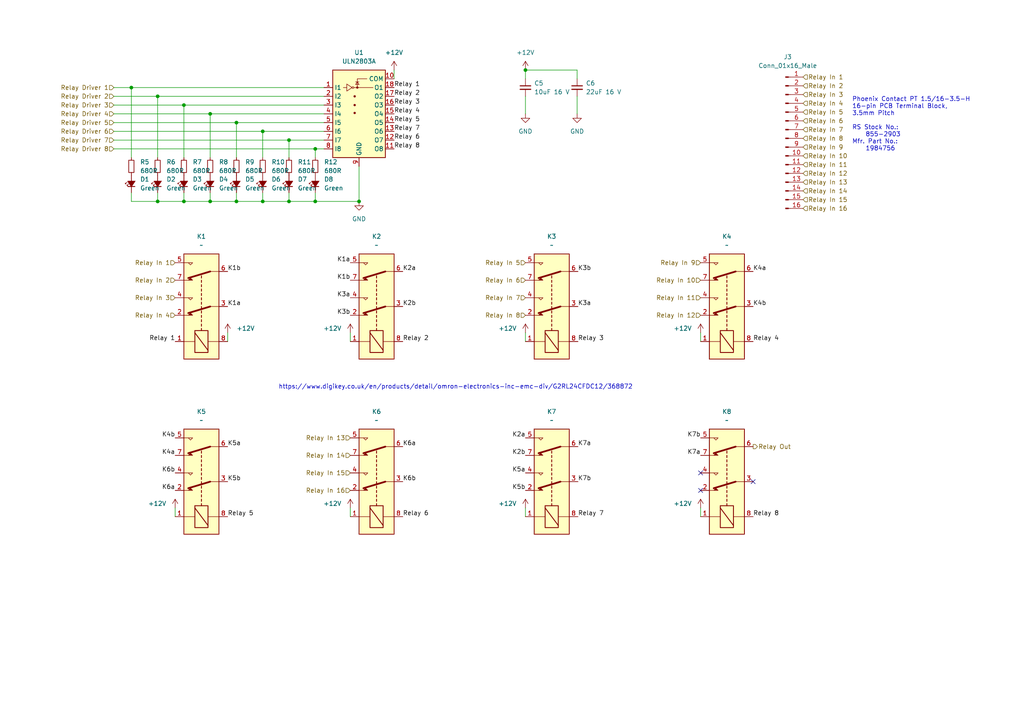
<source format=kicad_sch>
(kicad_sch (version 20211123) (generator eeschema)
  (paper "A4")
  (title_block (title "CIB PCB") (date "2022-05-27") (company "ChargePoint, Inc"))
  (lib_symbols
    (symbol "Connector:Conn_01x16_Male" (pin_names (offset 1.016) hide)
      (property "Reference" "J" (at 0 20.32 0))
      (property "Value" "Conn_01x16_Male" (at 0 -22.86 0))
      (symbol "Conn_01x16_Male_1_1"
        (polyline (pts (xy 1.27 -20.32) (xy 0.8636 -20.32)) (stroke (width 0.1524)))
        (polyline (pts (xy 1.27 -17.78) (xy 0.8636 -17.78)) (stroke (width 0.1524)))
        (polyline (pts (xy 1.27 -15.24) (xy 0.8636 -15.24)) (stroke (width 0.1524)))
        (polyline (pts (xy 1.27 -12.7) (xy 0.8636 -12.7)) (stroke (width 0.1524)))
        (polyline (pts (xy 1.27 -10.16) (xy 0.8636 -10.16)) (stroke (width 0.1524)))
        (polyline (pts (xy 1.27 -7.62) (xy 0.8636 -7.62)) (stroke (width 0.1524)))
        (polyline (pts (xy 1.27 -5.08) (xy 0.8636 -5.08)) (stroke (width 0.1524)))
        (polyline (pts (xy 1.27 -2.54) (xy 0.8636 -2.54)) (stroke (width 0.1524)))
        (polyline (pts (xy 1.27 0) (xy 0.8636 0)) (stroke (width 0.1524)))
        (polyline (pts (xy 1.27 2.54) (xy 0.8636 2.54)) (stroke (width 0.1524)))
        (polyline (pts (xy 1.27 5.08) (xy 0.8636 5.08)) (stroke (width 0.1524)))
        (polyline (pts (xy 1.27 7.62) (xy 0.8636 7.62)) (stroke (width 0.1524)))
        (polyline (pts (xy 1.27 10.16) (xy 0.8636 10.16)) (stroke (width 0.1524)))
        (polyline (pts (xy 1.27 12.7) (xy 0.8636 12.7)) (stroke (width 0.1524)))
        (polyline (pts (xy 1.27 15.24) (xy 0.8636 15.24)) (stroke (width 0.1524)))
        (polyline (pts (xy 1.27 17.78) (xy 0.8636 17.78)) (stroke (width 0.1524)))
        (rectangle (start 0.8636 -20.193) (end 0 -20.447) (stroke (width 0.1524)) (fill (type outline)))
        (rectangle (start 0.8636 -17.653) (end 0 -17.907) (stroke (width 0.1524)) (fill (type outline)))
        (rectangle (start 0.8636 -15.113) (end 0 -15.367) (stroke (width 0.1524)) (fill (type outline)))
        (rectangle (start 0.8636 -12.573) (end 0 -12.827) (stroke (width 0.1524)) (fill (type outline)))
        (rectangle (start 0.8636 -10.033) (end 0 -10.287) (stroke (width 0.1524)) (fill (type outline)))
        (rectangle (start 0.8636 -7.493) (end 0 -7.747) (stroke (width 0.1524)) (fill (type outline)))
        (rectangle (start 0.8636 -4.953) (end 0 -5.207) (stroke (width 0.1524)) (fill (type outline)))
        (rectangle (start 0.8636 -2.413) (end 0 -2.667) (stroke (width 0.1524)) (fill (type outline)))
        (rectangle (start 0.8636 0.127) (end 0 -0.127) (stroke (width 0.1524)) (fill (type outline)))
        (rectangle (start 0.8636 2.667) (end 0 2.413) (stroke (width 0.1524)) (fill (type outline)))
        (rectangle (start 0.8636 5.207) (end 0 4.953) (stroke (width 0.1524)) (fill (type outline)))
        (rectangle (start 0.8636 7.747) (end 0 7.493) (stroke (width 0.1524)) (fill (type outline)))
        (rectangle (start 0.8636 10.287) (end 0 10.033) (stroke (width 0.1524)) (fill (type outline)))
        (rectangle (start 0.8636 12.827) (end 0 12.573) (stroke (width 0.1524)) (fill (type outline)))
        (rectangle (start 0.8636 15.367) (end 0 15.113) (stroke (width 0.1524)) (fill (type outline)))
        (rectangle (start 0.8636 17.907) (end 0 17.653) (stroke (width 0.1524)) (fill (type outline)))
        (pin passive line (at 5.08 17.78 180) (length 3.81) (name "Pin_1") (number "1"))
        (pin passive line (at 5.08 -5.08 180) (length 3.81) (name "Pin_10") (number "10"))
        (pin passive line (at 5.08 -7.62 180) (length 3.81) (name "Pin_11") (number "11"))
        (pin passive line (at 5.08 -10.16 180) (length 3.81) (name "Pin_12") (number "12"))
        (pin passive line (at 5.08 -12.7 180) (length 3.81) (name "Pin_13") (number "13"))
        (pin passive line (at 5.08 -15.24 180) (length 3.81) (name "Pin_14") (number "14"))
        (pin passive line (at 5.08 -17.78 180) (length 3.81) (name "Pin_15") (number "15"))
        (pin passive line (at 5.08 -20.32 180) (length 3.81) (name "Pin_16") (number "16"))
        (pin passive line (at 5.08 15.24 180) (length 3.81) (name "Pin_2") (number "2"))
        (pin passive line (at 5.08 12.7 180) (length 3.81) (name "Pin_3") (number "3"))
        (pin passive line (at 5.08 10.16 180) (length 3.81) (name "Pin_4") (number "4"))
        (pin passive line (at 5.08 7.62 180) (length 3.81) (name "Pin_5") (number "5"))
        (pin passive line (at 5.08 5.08 180) (length 3.81) (name "Pin_6") (number "6"))
        (pin passive line (at 5.08 2.54 180) (length 3.81) (name "Pin_7") (number "7"))
        (pin passive line (at 5.08 0 180) (length 3.81) (name "Pin_8") (number "8"))
        (pin passive line (at 5.08 -2.54 180) (length 3.81) (name "Pin_9") (number "9"))
      )
    )
    (symbol "Device:C_Small" (pin_numbers hide) (pin_names (offset 0.254) hide)
      (property "Reference" "C" (at 0.254 1.778 0))
      (property "Value" "C_Small" (at 0.254 -2.032 0))
      (symbol "C_Small_0_1"
        (polyline (pts (xy -1.524 -0.508) (xy 1.524 -0.508)) (stroke (width 0.3302)))
        (polyline (pts (xy -1.524 0.508) (xy 1.524 0.508)) (stroke (width 0.3048)))
      )
      (symbol "C_Small_1_1"
        (pin passive line (at 0 2.54 270) (length 2.032) (name "~") (number "1"))
        (pin passive line (at 0 -2.54 90) (length 2.032) (name "~") (number "2"))
      )
    )
    (symbol "Device:LED_Small_Filled" (pin_numbers hide) (pin_names (offset 0.254) hide)
      (property "Reference" "D" (at -1.27 3.175 0))
      (property "Value" "LED_Small_Filled" (at -4.445 -2.54 0))
      (symbol "LED_Small_Filled_0_1"
        (polyline (pts (xy -0.762 -1.016) (xy -0.762 1.016)) (stroke (width 0.254)))
        (polyline (pts (xy 1.016 0) (xy -0.762 0)))
        (polyline (pts (xy 0.762 -1.016) (xy -0.762 0) (xy 0.762 1.016) (xy 0.762 -1.016)) (stroke (width 0.254)) (fill (type outline)))
        (polyline (pts (xy 0 0.762) (xy -0.508 1.27) (xy -0.254 1.27) (xy -0.508 1.27) (xy -0.508 1.016)))
        (polyline (pts (xy 0.508 1.27) (xy 0 1.778) (xy 0.254 1.778) (xy 0 1.778) (xy 0 1.524)))
      )
      (symbol "LED_Small_Filled_1_1"
        (pin passive line (at -2.54 0 0) (length 1.778) (name "K") (number "1"))
        (pin passive line (at 2.54 0 180) (length 1.778) (name "A") (number "2"))
      )
    )
    (symbol "Device:R_Small" (pin_numbers hide) (pin_names (offset 0.254) hide)
      (property "Reference" "R" (at 0.762 0.508 0))
      (property "Value" "R_Small" (at 0.762 -1.016 0))
      (symbol "R_Small_0_1"
        (rectangle (start -0.762 1.778) (end 0.762 -1.778) (stroke (width 0.2032)))
      )
      (symbol "R_Small_1_1"
        (pin passive line (at 0 2.54 270) (length 0.762) (name "~") (number "1"))
        (pin passive line (at 0 -2.54 90) (length 0.762) (name "~") (number "2"))
      )
    )
    (symbol "Relay:G2RL-2-DC24"
      (property "Reference" "RL" (at 16.51 3.81 0))
      (property "Value" "G2RL-2-DC24" (at 16.51 1.27 0))
      (symbol "G2RL-2-DC24_0_1"
        (rectangle (start -15.24 5.08) (end 15.24 -5.08) (stroke (width 0.254)) (fill (type background)))
        (rectangle (start -13.335 1.905) (end -6.985 -1.905) (stroke (width 0.254)))
        (polyline (pts (xy -12.7 -1.905) (xy -7.62 1.905)) (stroke (width 0.254)))
        (polyline (pts (xy -10.16 -5.08) (xy -10.16 -1.905)))
        (polyline (pts (xy -10.16 5.08) (xy -10.16 1.905)))
        (polyline (pts (xy -6.985 0) (xy -6.35 0)) (stroke (width 0.254)))
        (polyline (pts (xy -5.715 0) (xy -5.08 0)) (stroke (width 0.254)))
        (polyline (pts (xy -4.445 0) (xy -3.81 0)) (stroke (width 0.254)))
        (polyline (pts (xy -3.175 0) (xy -2.54 0)) (stroke (width 0.254)))
        (polyline (pts (xy -1.905 0) (xy -1.27 0)) (stroke (width 0.254)))
        (polyline (pts (xy -0.635 0) (xy 0 0)) (stroke (width 0.254)))
        (polyline (pts (xy 0 -2.54) (xy -1.905 3.81)) (stroke (width 0.508)))
        (polyline (pts (xy 0 -2.54) (xy 0 -5.08)))
        (polyline (pts (xy 0.635 0) (xy 1.27 0)) (stroke (width 0.254)))
        (polyline (pts (xy 1.905 0) (xy 2.54 0)) (stroke (width 0.254)))
        (polyline (pts (xy 3.175 0) (xy 3.81 0)) (stroke (width 0.254)))
        (polyline (pts (xy 4.445 0) (xy 5.08 0)) (stroke (width 0.254)))
        (polyline (pts (xy 5.715 0) (xy 6.35 0)) (stroke (width 0.254)))
        (polyline (pts (xy 6.985 0) (xy 7.62 0)) (stroke (width 0.254)))
        (polyline (pts (xy 8.255 0) (xy 8.89 0)) (stroke (width 0.254)))
        (polyline (pts (xy 10.16 -2.54) (xy 8.255 3.81)) (stroke (width 0.508)))
        (polyline (pts (xy 10.16 -2.54) (xy 10.16 -5.08)))
        (polyline (pts (xy -2.54 5.08) (xy -2.54 2.54) (xy -1.905 3.175) (xy -2.54 3.81)) (fill (type outline)))
        (polyline (pts (xy 2.54 5.08) (xy 2.54 2.54) (xy 1.905 3.175) (xy 2.54 3.81)))
        (polyline (pts (xy 7.62 5.08) (xy 7.62 2.54) (xy 8.255 3.175) (xy 7.62 3.81)) (fill (type outline)))
        (polyline (pts (xy 12.7 5.08) (xy 12.7 2.54) (xy 12.065 3.175) (xy 12.7 3.81)))
      )
      (symbol "G2RL-2-DC24_1_1"
        (pin passive line (at -10.16 7.62 270) (length 2.54) (name "~") (number "1"))
        (pin passive line (at -2.54 7.62 270) (length 2.54) (name "~") (number "2"))
        (pin passive line (at 0 -7.62 90) (length 2.54) (name "~") (number "3"))
        (pin passive line (at 2.54 7.62 270) (length 2.54) (name "~") (number "4"))
        (pin passive line (at 12.7 7.62 270) (length 2.54) (name "~") (number "5"))
        (pin passive line (at 10.16 -7.62 90) (length 2.54) (name "~") (number "6"))
        (pin passive line (at 7.62 7.62 270) (length 2.54) (name "~") (number "7"))
        (pin passive line (at -10.16 -7.62 90) (length 2.54) (name "~") (number "8"))
      )
    )
    (symbol "Transistor_Array:ULN2803A"
      (property "Reference" "U" (at 0 13.335 0))
      (property "Value" "ULN2803A" (at 0 11.43 0))
      (symbol "ULN2803A_0_1"
        (rectangle (start -7.62 -15.24) (end 7.62 10.16) (stroke (width 0.254)) (fill (type background)))
        (circle (center -1.778 5.08) (radius 0.254))
        (circle (center -1.27 -2.286) (radius 0.254) (fill (type outline)))
        (circle (center -1.27 0) (radius 0.254) (fill (type outline)))
        (circle (center -1.27 2.54) (radius 0.254) (fill (type outline)))
        (circle (center -0.508 5.08) (radius 0.254) (fill (type outline)))
        (polyline (pts (xy -4.572 5.08) (xy -3.556 5.08)))
        (polyline (pts (xy -1.524 5.08) (xy 4.064 5.08)))
        (polyline (pts (xy 0 6.731) (xy -1.016 6.731)))
        (polyline (pts (xy -0.508 5.08) (xy -0.508 7.62) (xy 2.286 7.62)))
        (polyline (pts (xy -3.556 6.096) (xy -3.556 4.064) (xy -2.032 5.08) (xy -3.556 6.096)))
        (polyline (pts (xy 0 5.969) (xy -1.016 5.969) (xy -0.508 6.731) (xy 0 5.969)))
      )
      (symbol "ULN2803A_1_1"
        (pin input line (at -10.16 5.08 0) (length 2.54) (name "I1") (number "1"))
        (pin passive line (at 10.16 7.62 180) (length 2.54) (name "COM") (number "10"))
        (pin open_collector line (at 10.16 -12.7 180) (length 2.54) (name "O8") (number "11"))
        (pin open_collector line (at 10.16 -10.16 180) (length 2.54) (name "O7") (number "12"))
        (pin open_collector line (at 10.16 -7.62 180) (length 2.54) (name "O6") (number "13"))
        (pin open_collector line (at 10.16 -5.08 180) (length 2.54) (name "O5") (number "14"))
        (pin open_collector line (at 10.16 -2.54 180) (length 2.54) (name "O4") (number "15"))
        (pin open_collector line (at 10.16 0 180) (length 2.54) (name "O3") (number "16"))
        (pin open_collector line (at 10.16 2.54 180) (length 2.54) (name "O2") (number "17"))
        (pin open_collector line (at 10.16 5.08 180) (length 2.54) (name "O1") (number "18"))
        (pin input line (at -10.16 2.54 0) (length 2.54) (name "I2") (number "2"))
        (pin input line (at -10.16 0 0) (length 2.54) (name "I3") (number "3"))
        (pin input line (at -10.16 -2.54 0) (length 2.54) (name "I4") (number "4"))
        (pin input line (at -10.16 -5.08 0) (length 2.54) (name "I5") (number "5"))
        (pin input line (at -10.16 -7.62 0) (length 2.54) (name "I6") (number "6"))
        (pin input line (at -10.16 -10.16 0) (length 2.54) (name "I7") (number "7"))
        (pin input line (at -10.16 -12.7 0) (length 2.54) (name "I8") (number "8"))
        (pin power_in line (at 0 -17.78 90) (length 2.54) (name "GND") (number "9"))
      )
    )
    (symbol "power:+12V" (power) (pin_names (offset 0))
      (property "Value" "+12V" (at 0 3.556 0))
      (symbol "+12V_0_1"
        (polyline (pts (xy -0.762 1.27) (xy 0 2.54)))
        (polyline (pts (xy 0 0) (xy 0 2.54)))
        (polyline (pts (xy 0 2.54) (xy 0.762 1.27)))
      )
      (symbol "+12V_1_1"
        (pin power_in line (at 0 0 90) (length 0) hide (name "+12V") (number "1"))
      )
    )
    (symbol "power:GND" (power) (pin_names (offset 0))
      (property "Value" "GND" (at 0 -3.81 0))
      (symbol "GND_0_1"
        (polyline (pts (xy 0 0) (xy 0 -1.27) (xy 1.27 -1.27) (xy 0 -2.54) (xy -1.27 -1.27) (xy 0 -1.27)))
      )
      (symbol "GND_1_1"
        (pin power_in line (at 0 0 270) (length 0) hide (name "GND") (number "1"))
      )
    )
  )
  (junction (at 68.58 58.42))
  (junction (at 76.2 58.42))
  (junction (at 91.44 43.18))
  (junction (at 38.1 25.4))
  (junction (at 152.4 20.32))
  (junction (at 60.96 58.42))
  (junction (at 83.82 40.64))
  (junction (at 45.72 58.42))
  (junction (at 83.82 58.42))
  (junction (at 53.34 58.42))
  (junction (at 60.96 33.02))
  (junction (at 104.14 58.42))
  (junction (at 91.44 58.42))
  (junction (at 53.34 30.48))
  (junction (at 68.58 35.56))
  (junction (at 45.72 27.94))
  (junction (at 76.2 38.1))
  (no_connect (at 218.44 139.7))
  (no_connect (at 203.2 137.16))
  (no_connect (at 203.2 142.24))
  (wire (pts (xy 91.44 43.18) (xy 93.98 43.18)))
  (wire (pts (xy 152.4 20.32) (xy 167.386 20.32)))
  (wire (pts (xy 152.4 147.32) (xy 152.4 149.86)))
  (wire (pts (xy 167.386 27.94) (xy 167.386 33.02)))
  (wire (pts (xy 83.82 40.64) (xy 83.82 45.72)))
  (wire (pts (xy 152.4 22.86) (xy 152.4 20.32)))
  (wire (pts (xy 76.2 38.1) (xy 76.2 45.72)))
  (wire (pts (xy 203.2 96.52) (xy 203.2 99.06)))
  (wire (pts (xy 60.96 33.02) (xy 93.98 33.02)))
  (wire (pts (xy 53.34 58.42) (xy 60.96 58.42)))
  (wire (pts (xy 83.82 55.88) (xy 83.82 58.42)))
  (wire (pts (xy 167.386 22.86) (xy 167.386 20.32)))
  (wire (pts (xy 114.3 20.32) (xy 114.3 22.86)))
  (wire (pts (xy 101.6 96.52) (xy 101.6 99.06)))
  (wire (pts (xy 83.82 40.64) (xy 93.98 40.64)))
  (wire (pts (xy 33.02 30.48) (xy 53.34 30.48)))
  (wire (pts (xy 60.96 33.02) (xy 60.96 45.72)))
  (wire (pts (xy 152.4 96.52) (xy 152.4 99.06)))
  (wire (pts (xy 38.1 45.72) (xy 38.1 25.4)))
  (wire (pts (xy 45.72 55.88) (xy 45.72 58.42)))
  (wire (pts (xy 91.44 43.18) (xy 91.44 45.72)))
  (wire (pts (xy 45.72 27.94) (xy 45.72 45.72)))
  (wire (pts (xy 68.58 55.88) (xy 68.58 58.42)))
  (wire (pts (xy 33.02 38.1) (xy 76.2 38.1)))
  (wire (pts (xy 33.02 40.64) (xy 83.82 40.64)))
  (wire (pts (xy 83.82 58.42) (xy 91.44 58.42)))
  (wire (pts (xy 91.44 55.88) (xy 91.44 58.42)))
  (wire (pts (xy 76.2 38.1) (xy 93.98 38.1)))
  (wire (pts (xy 53.34 30.48) (xy 93.98 30.48)))
  (wire (pts (xy 38.1 58.42) (xy 45.72 58.42)))
  (wire (pts (xy 66.04 96.52) (xy 66.04 99.06)))
  (wire (pts (xy 60.96 55.88) (xy 60.96 58.42)))
  (wire (pts (xy 76.2 58.42) (xy 83.82 58.42)))
  (wire (pts (xy 152.4 27.94) (xy 152.4 33.02)))
  (wire (pts (xy 203.2 147.32) (xy 203.2 149.86)))
  (wire (pts (xy 60.96 58.42) (xy 68.58 58.42)))
  (wire (pts (xy 91.44 58.42) (xy 104.14 58.42)))
  (wire (pts (xy 68.58 35.56) (xy 93.98 35.56)))
  (wire (pts (xy 33.02 25.4) (xy 38.1 25.4)))
  (wire (pts (xy 33.02 27.94) (xy 45.72 27.94)))
  (wire (pts (xy 104.14 48.26) (xy 104.14 58.42)))
  (wire (pts (xy 38.1 25.4) (xy 93.98 25.4)))
  (wire (pts (xy 68.58 35.56) (xy 68.58 45.72)))
  (wire (pts (xy 68.58 58.42) (xy 76.2 58.42)))
  (wire (pts (xy 33.02 35.56) (xy 68.58 35.56)))
  (wire (pts (xy 76.2 55.88) (xy 76.2 58.42)))
  (wire (pts (xy 33.02 43.18) (xy 91.44 43.18)))
  (wire (pts (xy 33.02 33.02) (xy 60.96 33.02)))
  (wire (pts (xy 53.34 30.48) (xy 53.34 45.72)))
  (wire (pts (xy 50.8 147.32) (xy 50.8 149.86)))
  (wire (pts (xy 38.1 55.88) (xy 38.1 58.42)))
  (wire (pts (xy 45.72 27.94) (xy 93.98 27.94)))
  (wire (pts (xy 101.6 147.32) (xy 101.6 149.86)))
  (wire (pts (xy 45.72 58.42) (xy 53.34 58.42)))
  (wire (pts (xy 53.34 55.88) (xy 53.34 58.42)))
  (text "Phoenix Contact PT 1.5/16-3.5-H\n16-pin PCB Terminal Block, \n3.5mm Pitch\n\nRS Stock No.:\n    855-2903\nMfr. Part No.:\n    1984756" (at 247.142 43.942 0) (effects (font (size 1.27 1.27)) (justify left bottom)))
  (text "https://www.digikey.co.uk/en/products/detail/omron-electronics-inc-emc-div/G2RL24CFDC12/368872" (at 80.772 113.03 0) (effects (font (size 1.27 1.27)) (justify left bottom)))
  (label "K2b" (at 152.4 132.08 180))
  (label "K3a" (at 167.64 88.9 0))
  (label "Relay 4" (at 114.3 33.02 0))
  (label "Relay 8" (at 114.3 43.18 0))
  (label "K7a" (at 167.64 129.54 0))
  (label "Relay 1" (at 50.8 99.06 180))
  (label "Relay 5" (at 66.04 149.86 0))
  (label "K2a" (at 152.4 127 180))
  (label "Relay 2" (at 116.84 99.06 0))
  (label "K4b" (at 50.8 127 180))
  (label "K1b" (at 66.04 78.74 0))
  (label "K4a" (at 218.44 78.74 0))
  (label "K5a" (at 152.4 137.16 180))
  (label "K5b" (at 152.4 142.24 180))
  (label "Relay 5" (at 114.3 35.56 0))
  (label "Relay 1" (at 114.3 25.4 0))
  (label "Relay 3" (at 167.64 99.06 0))
  (label "Relay 4" (at 218.44 99.06 0))
  (label "K3a" (at 101.6 86.36 180))
  (label "Relay 3" (at 114.3 30.48 0))
  (label "K5b" (at 66.04 139.7 0))
  (label "K2a" (at 116.84 78.74 0))
  (label "K6a" (at 116.84 129.54 0))
  (label "K3b" (at 101.6 91.44 180))
  (label "K5a" (at 66.04 129.54 0))
  (label "K6b" (at 50.8 137.16 180))
  (label "K2b" (at 116.84 88.9 0))
  (label "K1a" (at 101.6 76.2 180))
  (label "K7b" (at 167.64 139.7 0))
  (label "Relay 7" (at 167.64 149.86 0))
  (label "K4b" (at 218.44 88.9 0))
  (label "Relay 6" (at 116.84 149.86 0))
  (label "K4a" (at 50.8 132.08 180))
  (label "K6b" (at 116.84 139.7 0))
  (label "K3b" (at 167.64 78.74 0))
  (label "K1a" (at 66.04 88.9 0))
  (label "Relay 7" (at 114.3 38.1 0))
  (label "K1b" (at 101.6 81.28 180))
  (label "Relay 6" (at 114.3 40.64 0))
  (label "K6a" (at 50.8 142.24 180))
  (label "K7a" (at 203.2 132.08 180))
  (label "Relay 2" (at 114.3 27.94 0))
  (label "Relay 8" (at 218.44 149.86 0))
  (label "K7b" (at 203.2 127 180))
  (hierarchical_label "Relay Driver 6" (shape input) (at 33.02 38.1 180))
  (hierarchical_label "Relay In 11" (shape input) (at 203.2 86.36 180))
  (hierarchical_label "Relay In 16" (shape input) (at 101.6 142.24 180))
  (hierarchical_label "Relay Driver 8" (shape input) (at 33.02 43.18 180))
  (hierarchical_label "Relay In 2" (shape input) (at 50.8 81.28 180))
  (hierarchical_label "Relay In 13" (shape input) (at 232.918 52.832 0))
  (hierarchical_label "Relay In 9" (shape input) (at 203.2 76.2 180))
  (hierarchical_label "Relay In 4" (shape input) (at 232.918 29.972 0))
  (hierarchical_label "Relay In 4" (shape input) (at 50.8 91.44 180))
  (hierarchical_label "Relay In 6" (shape input) (at 232.918 35.052 0))
  (hierarchical_label "Relay In 14" (shape input) (at 232.918 55.372 0))
  (hierarchical_label "Relay In 1" (shape input) (at 232.918 22.352 0))
  (hierarchical_label "Relay In 1" (shape input) (at 50.8 76.2 180))
  (hierarchical_label "Relay Driver 4" (shape input) (at 33.02 33.02 180))
  (hierarchical_label "Relay In 5" (shape input) (at 232.918 32.512 0))
  (hierarchical_label "Relay In 16" (shape input) (at 232.918 60.452 0))
  (hierarchical_label "Relay In 7" (shape input) (at 152.4 86.36 180))
  (hierarchical_label "Relay Out" (shape output) (at 218.44 129.54 0))
  (hierarchical_label "Relay Driver 2" (shape input) (at 33.02 27.94 180))
  (hierarchical_label "Relay In 3" (shape input) (at 232.918 27.432 0))
  (hierarchical_label "Relay In 10" (shape input) (at 203.2 81.28 180))
  (hierarchical_label "Relay In 8" (shape input) (at 232.918 40.132 0))
  (hierarchical_label "Relay In 8" (shape input) (at 152.4 91.44 180))
  (hierarchical_label "Relay In 7" (shape input) (at 232.918 37.592 0))
  (hierarchical_label "Relay In 15" (shape input) (at 232.918 57.912 0))
  (hierarchical_label "Relay In 9" (shape input) (at 232.918 42.672 0))
  (hierarchical_label "Relay In 3" (shape input) (at 50.8 86.36 180))
  (hierarchical_label "Relay In 14" (shape input) (at 101.6 132.08 180))
  (hierarchical_label "Relay In 15" (shape input) (at 101.6 137.16 180))
  (hierarchical_label "Relay Driver 7" (shape input) (at 33.02 40.64 180))
  (hierarchical_label "Relay In 11" (shape input) (at 232.918 47.752 0))
  (hierarchical_label "Relay In 10" (shape input) (at 232.918 45.212 0))
  (hierarchical_label "Relay In 12" (shape input) (at 232.918 50.292 0))
  (hierarchical_label "Relay Driver 5" (shape input) (at 33.02 35.56 180))
  (hierarchical_label "Relay In 5" (shape input) (at 152.4 76.2 180))
  (hierarchical_label "Relay Driver 1" (shape input) (at 33.02 25.4 180))
  (hierarchical_label "Relay In 2" (shape input) (at 232.918 24.892 0))
  (hierarchical_label "Relay Driver 3" (shape input) (at 33.02 30.48 180))
  (hierarchical_label "Relay In 13" (shape input) (at 101.6 127 180))
  (hierarchical_label "Relay In 6" (shape input) (at 152.4 81.28 180))
  (hierarchical_label "Relay In 12" (shape input) (at 203.2 91.44 180))
  (symbol (lib_id "Device:LED_Small_Filled") (at 45.72 53.34 90) (unit 1)
    (property "Reference" "D2" (at 48.26 52.0064 90) (effects (justify right)))
    (property "Value" "Green" (at 48.26 54.5464 90) (effects (justify right)))
    (property "Footprint" "Diode_SMD:D_1206_3216Metric_Pad1.42x1.75mm_HandSolder" (effects hide))
    (property "Datasheet" "https://www.we-online.com/katalog/datasheet/150080VS75000.pdf" (effects hide))
    (property "DigiKey #" "732-4986-1-ND" (effects hide))
    (property "Manufacturer #" "150080VS75000" (effects hide))
    (property "Manufacturer" "Würth Elektronik" (effects hide))
    (property "Farnell #" "2322081" (effects hide))
    (property "Mouser #" "710-150080VS75000" (effects hide))
    (property "RS #" "8154237P" (effects hide))
  )
  (symbol (lib_id "power:+12V") (at 50.8 147.32 0) (unit 1)
    (property "Reference" "#PWR030" (effects hide))
    (property "Value" "+12V" (at 48.26 146.0499 0) (effects (justify right)))
  )
  (symbol (lib_id "Device:R_Small") (at 60.96 48.26 0) (unit 1)
    (property "Reference" "R8" (at 63.5 46.9899 0) (effects (justify left)))
    (property "Value" "680R" (at 63.5 49.5299 0) (effects (justify left)))
    (property "Footprint" "Resistor_SMD:R_1206_3216Metric_Pad1.30x1.75mm_HandSolder" (effects hide))
    (property "Datasheet" "https://industrial.panasonic.com/ww/products/pt/general-purpose-chip-resistors/models/ERJ6GEYJ681V" (effects hide))
    (property "DigiKey #" "P680ACT-ND" (effects hide))
    (property "Manufacturer #" "ERJ-6GEYJ681V" (effects hide))
    (property "Manufacturer" "Panasonic Electronics Company" (effects hide))
    (property "Farnell #" "2057697" (effects hide))
  )
  (symbol (lib_id "power:+12V") (at 152.4 20.32 0) (unit 1)
    (property "Reference" "#PWR022" (effects hide))
    (property "Value" "+12V" (at 152.4 15.24 0))
  )
  (symbol (lib_id "power:+12V") (at 101.6 96.52 0) (unit 1)
    (property "Reference" "#PWR027" (effects hide))
    (property "Value" "+12V" (at 99.06 95.2499 0) (effects (justify right)))
  )
  (symbol (lib_id "power:+12V") (at 114.3 20.32 0) (unit 1)
    (property "Reference" "#PWR021" (effects hide))
    (property "Value" "+12V" (at 114.3 15.24 0))
  )
  (symbol (lib_id "Relay:G2RL-2-DC24") (at 160.02 139.7 90) (unit 1)
    (property "Reference" "K7" (at 160.02 119.38 90))
    (property "Value" "~" (at 160.02 121.92 90))
    (property "DigiKey #" "Z3088-ND" (effects hide))
  )
  (symbol (lib_id "Device:LED_Small_Filled") (at 91.44 53.34 90) (unit 1)
    (property "Reference" "D8" (at 93.98 52.0064 90) (effects (justify right)))
    (property "Value" "Green" (at 93.98 54.5464 90) (effects (justify right)))
    (property "Footprint" "Diode_SMD:D_1206_3216Metric_Pad1.42x1.75mm_HandSolder" (effects hide))
    (property "Datasheet" "https://www.we-online.com/katalog/datasheet/150080VS75000.pdf" (effects hide))
    (property "DigiKey #" "732-4986-1-ND" (effects hide))
    (property "Manufacturer #" "150080VS75000" (effects hide))
    (property "Manufacturer" "Würth Elektronik" (effects hide))
    (property "Farnell #" "2322081" (effects hide))
    (property "Mouser #" "710-150080VS75000" (effects hide))
    (property "RS #" "8154237P" (effects hide))
  )
  (symbol (lib_id "Device:R_Small") (at 83.82 48.26 0) (unit 1)
    (property "Reference" "R11" (at 86.36 46.9899 0) (effects (justify left)))
    (property "Value" "680R" (at 86.36 49.5299 0) (effects (justify left)))
    (property "Footprint" "Resistor_SMD:R_1206_3216Metric_Pad1.30x1.75mm_HandSolder" (effects hide))
    (property "Datasheet" "https://industrial.panasonic.com/ww/products/pt/general-purpose-chip-resistors/models/ERJ6GEYJ681V" (effects hide))
    (property "DigiKey #" "P680ACT-ND" (effects hide))
    (property "Manufacturer #" "ERJ-6GEYJ681V" (effects hide))
    (property "Manufacturer" "Panasonic Electronics Company" (effects hide))
    (property "Farnell #" "2057697" (effects hide))
  )
  (symbol (lib_id "Device:LED_Small_Filled") (at 68.58 53.34 90) (unit 1)
    (property "Reference" "D5" (at 71.12 52.0064 90) (effects (justify right)))
    (property "Value" "Green" (at 71.12 54.5464 90) (effects (justify right)))
    (property "Footprint" "Diode_SMD:D_1206_3216Metric_Pad1.42x1.75mm_HandSolder" (effects hide))
    (property "Datasheet" "https://www.we-online.com/katalog/datasheet/150080VS75000.pdf" (effects hide))
    (property "DigiKey #" "732-4986-1-ND" (effects hide))
    (property "Manufacturer #" "150080VS75000" (effects hide))
    (property "Manufacturer" "Würth Elektronik" (effects hide))
    (property "Farnell #" "2322081" (effects hide))
    (property "Mouser #" "710-150080VS75000" (effects hide))
    (property "RS #" "8154237P" (effects hide))
  )
  (symbol (lib_id "power:GND") (at 104.14 58.42 0) (unit 1)
    (property "Reference" "#PWR025" (effects hide))
    (property "Value" "GND" (at 104.14 63.5 0))
  )
  (symbol (lib_id "Relay:G2RL-2-DC24") (at 58.42 139.7 90) (unit 1)
    (property "Reference" "K5" (at 58.42 119.38 90))
    (property "Value" "~" (at 58.42 121.92 90))
    (property "DigiKey #" "Z3088-ND" (effects hide))
  )
  (symbol (lib_id "Relay:G2RL-2-DC24") (at 58.42 88.9 90) (unit 1)
    (property "Reference" "K1" (at 58.42 68.58 90))
    (property "Value" "~" (at 58.42 71.12 90))
    (property "DigiKey #" "Z3088-ND" (effects hide))
  )
  (symbol (lib_id "power:+12V") (at 66.04 96.52 0) (unit 1)
    (property "Reference" "#PWR026" (effects hide))
    (property "Value" "+12V" (at 68.58 95.2499 0) (effects (justify left)))
  )
  (symbol (lib_id "Device:R_Small") (at 68.58 48.26 0) (unit 1)
    (property "Reference" "R9" (at 71.12 46.9899 0) (effects (justify left)))
    (property "Value" "680R" (at 71.12 49.5299 0) (effects (justify left)))
    (property "Footprint" "Resistor_SMD:R_1206_3216Metric_Pad1.30x1.75mm_HandSolder" (effects hide))
    (property "Datasheet" "https://industrial.panasonic.com/ww/products/pt/general-purpose-chip-resistors/models/ERJ6GEYJ681V" (effects hide))
    (property "DigiKey #" "P680ACT-ND" (effects hide))
    (property "Manufacturer #" "ERJ-6GEYJ681V" (effects hide))
    (property "Manufacturer" "Panasonic Electronics Company" (effects hide))
    (property "Farnell #" "2057697" (effects hide))
  )
  (symbol (lib_id "Device:R_Small") (at 53.34 48.26 0) (unit 1)
    (property "Reference" "R7" (at 55.88 46.9899 0) (effects (justify left)))
    (property "Value" "680R" (at 55.88 49.5299 0) (effects (justify left)))
    (property "Footprint" "Resistor_SMD:R_1206_3216Metric_Pad1.30x1.75mm_HandSolder" (effects hide))
    (property "Datasheet" "https://industrial.panasonic.com/ww/products/pt/general-purpose-chip-resistors/models/ERJ6GEYJ681V" (effects hide))
    (property "DigiKey #" "P680ACT-ND" (effects hide))
    (property "Manufacturer #" "ERJ-6GEYJ681V" (effects hide))
    (property "Manufacturer" "Panasonic Electronics Company" (effects hide))
    (property "Farnell #" "2057697" (effects hide))
  )
  (symbol (lib_id "power:GND") (at 167.386 33.02 0) (unit 1)
    (property "Reference" "#PWR024" (effects hide))
    (property "Value" "GND" (at 167.386 38.1 0))
  )
  (symbol (lib_id "power:+12V") (at 203.2 96.52 0) (unit 1)
    (property "Reference" "#PWR029" (effects hide))
    (property "Value" "+12V" (at 200.66 95.2499 0) (effects (justify right)))
  )
  (symbol (lib_id "Device:LED_Small_Filled") (at 76.2 53.34 90) (unit 1)
    (property "Reference" "D6" (at 78.74 52.0064 90) (effects (justify right)))
    (property "Value" "Green" (at 78.74 54.5464 90) (effects (justify right)))
    (property "Footprint" "Diode_SMD:D_1206_3216Metric_Pad1.42x1.75mm_HandSolder" (effects hide))
    (property "Datasheet" "https://www.we-online.com/katalog/datasheet/150080VS75000.pdf" (effects hide))
    (property "DigiKey #" "732-4986-1-ND" (effects hide))
    (property "Manufacturer #" "150080VS75000" (effects hide))
    (property "Manufacturer" "Würth Elektronik" (effects hide))
    (property "Farnell #" "2322081" (effects hide))
    (property "Mouser #" "710-150080VS75000" (effects hide))
    (property "RS #" "8154237P" (effects hide))
  )
  (symbol (lib_id "power:+12V") (at 152.4 96.52 0) (unit 1)
    (property "Reference" "#PWR028" (effects hide))
    (property "Value" "+12V" (at 149.86 95.2499 0) (effects (justify right)))
  )
  (symbol (lib_id "Device:C_Small") (at 167.386 25.4 0) (unit 1)
    (property "Reference" "C6" (at 169.926 24.1362 0) (effects (justify left)))
    (property "Value" "22uF 16 V" (at 169.926 26.6762 0) (effects (justify left)))
    (property "Footprint" "Capacitor_SMD:C_1206_3216Metric_Pad1.33x1.80mm_HandSolder" (effects hide))
    (property "Datasheet" "https://www.we-online.com/katalog/datasheet/885012108018.pdf" (effects hide))
    (property "Manufacturer #" "885012108018" (effects hide))
    (property "DigiKey #" "732-7642-1-ND" (effects hide))
    (property "Manufacturer" "Würth Elektronik" (effects hide))
  )
  (symbol (lib_id "Relay:G2RL-2-DC24") (at 160.02 88.9 90) (unit 1)
    (property "Reference" "K3" (at 160.02 68.58 90))
    (property "Value" "~" (at 160.02 71.12 90))
    (property "DigiKey #" "Z3088-ND" (effects hide))
  )
  (symbol (lib_id "Device:LED_Small_Filled") (at 53.34 53.34 90) (unit 1)
    (property "Reference" "D3" (at 55.88 52.0064 90) (effects (justify right)))
    (property "Value" "Green" (at 55.88 54.5464 90) (effects (justify right)))
    (property "Footprint" "Diode_SMD:D_1206_3216Metric_Pad1.42x1.75mm_HandSolder" (effects hide))
    (property "Datasheet" "https://www.we-online.com/katalog/datasheet/150080VS75000.pdf" (effects hide))
    (property "DigiKey #" "732-4986-1-ND" (effects hide))
    (property "Manufacturer #" "150080VS75000" (effects hide))
    (property "Manufacturer" "Würth Elektronik" (effects hide))
    (property "Farnell #" "2322081" (effects hide))
    (property "Mouser #" "710-150080VS75000" (effects hide))
    (property "RS #" "8154237P" (effects hide))
  )
  (symbol (lib_id "power:+12V") (at 203.2 147.32 0) (unit 1)
    (property "Reference" "#PWR033" (effects hide))
    (property "Value" "+12V" (at 200.66 146.0499 0) (effects (justify right)))
  )
  (symbol (lib_id "Device:C_Small") (at 152.4 25.4 0) (unit 1)
    (property "Reference" "C5" (at 154.94 24.1362 0) (effects (justify left)))
    (property "Value" "10uF 16 V" (at 154.94 26.6762 0) (effects (justify left)))
    (property "Footprint" "Capacitor_SMD:C_1206_3216Metric_Pad1.33x1.80mm_HandSolder" (effects hide))
    (property "Datasheet" "https://www.we-online.com/katalog/datasheet/885012208075.pdf" (effects hide))
    (property "Manufacturer #" "885012107014" (effects hide))
    (property "DigiKey #" "732-7624-1-ND" (effects hide))
    (property "Manufacturer" "Würth Elektronik" (effects hide))
  )
  (symbol (lib_id "Device:R_Small") (at 76.2 48.26 0) (unit 1)
    (property "Reference" "R10" (at 78.74 46.9899 0) (effects (justify left)))
    (property "Value" "680R" (at 78.74 49.5299 0) (effects (justify left)))
    (property "Footprint" "Resistor_SMD:R_1206_3216Metric_Pad1.30x1.75mm_HandSolder" (effects hide))
    (property "Datasheet" "https://industrial.panasonic.com/ww/products/pt/general-purpose-chip-resistors/models/ERJ6GEYJ681V" (effects hide))
    (property "DigiKey #" "P680ACT-ND" (effects hide))
    (property "Manufacturer #" "ERJ-6GEYJ681V" (effects hide))
    (property "Manufacturer" "Panasonic Electronics Company" (effects hide))
    (property "Farnell #" "2057697" (effects hide))
  )
  (symbol (lib_id "Device:R_Small") (at 45.72 48.26 0) (unit 1)
    (property "Reference" "R6" (at 48.26 46.9899 0) (effects (justify left)))
    (property "Value" "680R" (at 48.26 49.5299 0) (effects (justify left)))
    (property "Footprint" "Resistor_SMD:R_1206_3216Metric_Pad1.30x1.75mm_HandSolder" (effects hide))
    (property "Datasheet" "https://industrial.panasonic.com/ww/products/pt/general-purpose-chip-resistors/models/ERJ6GEYJ681V" (effects hide))
    (property "DigiKey #" "P680ACT-ND" (effects hide))
    (property "Manufacturer #" "ERJ-6GEYJ681V" (effects hide))
    (property "Manufacturer" "Panasonic Electronics Company" (effects hide))
    (property "Farnell #" "2057697" (effects hide))
  )
  (symbol (lib_id "power:GND") (at 152.4 33.02 0) (unit 1)
    (property "Reference" "#PWR023" (effects hide))
    (property "Value" "GND" (at 152.4 38.1 0))
  )
  (symbol (lib_id "Transistor_Array:ULN2803A") (at 104.14 30.48 0) (unit 1)
    (property "Reference" "U1" (at 104.14 15.24 0))
    (property "Value" "ULN2803A" (at 104.14 17.78 0))
    (property "Footprint" "Package_DIP:DIP-18_W7.62mm_LongPads" (effects hide))
    (property "Datasheet" "http://www.ti.com/lit/ds/symlink/uln2803a.pdf" (effects hide))
    (property "DigiKey #" "497-2356-5-ND" (effects hide))
    (property "Manufacturer #" "ULN2803A" (effects hide))
    (property "Manufacturer" "STMicroelectronics" (effects hide))
    (property "Mouser #" "511-ULN2803A" (effects hide))
  )
  (symbol (lib_id "Device:LED_Small_Filled") (at 83.82 53.34 90) (unit 1)
    (property "Reference" "D7" (at 86.36 52.0064 90) (effects (justify right)))
    (property "Value" "Green" (at 86.36 54.5464 90) (effects (justify right)))
    (property "Footprint" "Diode_SMD:D_1206_3216Metric_Pad1.42x1.75mm_HandSolder" (effects hide))
    (property "Datasheet" "https://www.we-online.com/katalog/datasheet/150080VS75000.pdf" (effects hide))
    (property "DigiKey #" "732-4986-1-ND" (effects hide))
    (property "Manufacturer #" "150080VS75000" (effects hide))
    (property "Manufacturer" "Würth Elektronik" (effects hide))
    (property "Farnell #" "2322081" (effects hide))
    (property "Mouser #" "710-150080VS75000" (effects hide))
    (property "RS #" "8154237P" (effects hide))
  )
  (symbol (lib_id "power:+12V") (at 101.6 147.32 0) (unit 1)
    (property "Reference" "#PWR031" (effects hide))
    (property "Value" "+12V" (at 99.06 146.0499 0) (effects (justify right)))
  )
  (symbol (lib_id "Device:R_Small") (at 91.44 48.26 0) (unit 1)
    (property "Reference" "R12" (at 93.98 46.9899 0) (effects (justify left)))
    (property "Value" "680R" (at 93.98 49.5299 0) (effects (justify left)))
    (property "Footprint" "Resistor_SMD:R_1206_3216Metric_Pad1.30x1.75mm_HandSolder" (effects hide))
    (property "Datasheet" "https://industrial.panasonic.com/ww/products/pt/general-purpose-chip-resistors/models/ERJ6GEYJ681V" (effects hide))
    (property "DigiKey #" "P680ACT-ND" (effects hide))
    (property "Manufacturer #" "ERJ-6GEYJ681V" (effects hide))
    (property "Manufacturer" "Panasonic Electronics Company" (effects hide))
    (property "Farnell #" "2057697" (effects hide))
  )
  (symbol (lib_id "Device:R_Small") (at 38.1 48.26 0) (unit 1)
    (property "Reference" "R5" (at 40.64 46.9899 0) (effects (justify left)))
    (property "Value" "680R" (at 40.64 49.5299 0) (effects (justify left)))
    (property "Footprint" "Resistor_SMD:R_1206_3216Metric_Pad1.30x1.75mm_HandSolder" (effects hide))
    (property "Datasheet" "https://industrial.panasonic.com/ww/products/pt/general-purpose-chip-resistors/models/ERJ6GEYJ681V" (effects hide))
    (property "DigiKey #" "P680ACT-ND" (effects hide))
    (property "Manufacturer #" "ERJ-6GEYJ681V" (effects hide))
    (property "Manufacturer" "Panasonic Electronics Company" (effects hide))
    (property "Farnell #" "2057697" (effects hide))
  )
  (symbol (lib_id "Device:LED_Small_Filled") (at 60.96 53.34 90) (unit 1)
    (property "Reference" "D4" (at 63.5 52.0064 90) (effects (justify right)))
    (property "Value" "Green" (at 63.5 54.5464 90) (effects (justify right)))
    (property "Footprint" "Diode_SMD:D_1206_3216Metric_Pad1.42x1.75mm_HandSolder" (effects hide))
    (property "Datasheet" "https://www.we-online.com/katalog/datasheet/150080VS75000.pdf" (effects hide))
    (property "DigiKey #" "732-4986-1-ND" (effects hide))
    (property "Manufacturer #" "150080VS75000" (effects hide))
    (property "Manufacturer" "Würth Elektronik" (effects hide))
    (property "Farnell #" "2322081" (effects hide))
    (property "Mouser #" "710-150080VS75000" (effects hide))
    (property "RS #" "8154237P" (effects hide))
  )
  (symbol (lib_id "Relay:G2RL-2-DC24") (at 210.82 139.7 90) (unit 1)
    (property "Reference" "K8" (at 210.82 119.38 90))
    (property "Value" "~" (at 210.82 121.92 90))
    (property "DigiKey #" "Z3088-ND" (effects hide))
  )
  (symbol (lib_id "Device:LED_Small_Filled") (at 38.1 53.34 90) (unit 1)
    (property "Reference" "D1" (at 40.64 52.0064 90) (effects (justify right)))
    (property "Value" "Green" (at 40.64 54.5464 90) (effects (justify right)))
    (property "Footprint" "Diode_SMD:D_1206_3216Metric_Pad1.42x1.75mm_HandSolder" (effects hide))
    (property "Datasheet" "https://www.we-online.com/katalog/datasheet/150080VS75000.pdf" (effects hide))
    (property "DigiKey #" "732-4986-1-ND" (effects hide))
    (property "Manufacturer #" "150080VS75000" (effects hide))
    (property "Manufacturer" "Würth Elektronik" (effects hide))
    (property "Farnell #" "2322081" (effects hide))
    (property "Mouser #" "710-150080VS75000" (effects hide))
    (property "RS #" "8154237P" (effects hide))
  )
  (symbol (lib_id "Relay:G2RL-2-DC24") (at 210.82 88.9 90) (unit 1)
    (property "Reference" "K4" (at 210.82 68.58 90))
    (property "Value" "~" (at 210.82 71.12 90))
    (property "DigiKey #" "Z3088-ND" (effects hide))
  )
  (symbol (lib_id "power:+12V") (at 152.4 147.32 0) (unit 1)
    (property "Reference" "#PWR032" (effects hide))
    (property "Value" "+12V" (at 149.86 146.0499 0) (effects (justify right)))
  )
  (symbol (lib_id "Relay:G2RL-2-DC24") (at 109.22 139.7 90) (unit 1)
    (property "Reference" "K6" (at 109.22 119.38 90))
    (property "Value" "~" (at 109.22 121.92 90))
    (property "DigiKey #" "Z3088-ND" (effects hide))
  )
  (symbol (lib_id "Connector:Conn_01x16_Male") (at 227.838 40.132 0) (unit 1)
    (property "Reference" "J3" (at 228.473 16.51 0))
    (property "Value" "Conn_01x16_Male" (at 228.473 19.05 0))
  )
  (symbol (lib_id "Relay:G2RL-2-DC24") (at 109.22 88.9 90) (unit 1)
    (property "Reference" "K2" (at 109.22 68.58 90))
    (property "Value" "~" (at 109.22 71.12 90))
    (property "DigiKey #" "Z3088-ND" (effects hide))
  )
)
</source>
